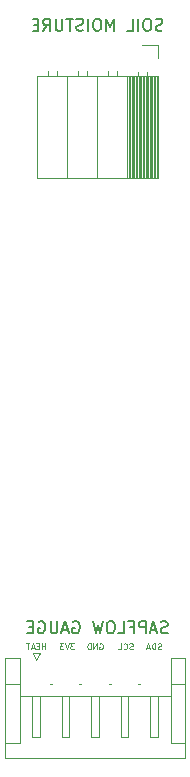
<source format=gbr>
G04 #@! TF.GenerationSoftware,KiCad,Pcbnew,(5.1.0-0)*
G04 #@! TF.CreationDate,2019-06-19T18:31:01-07:00*
G04 #@! TF.ProjectId,d32_sapflow_rtc,6433325f-7361-4706-966c-6f775f727463,rev?*
G04 #@! TF.SameCoordinates,Original*
G04 #@! TF.FileFunction,Legend,Bot*
G04 #@! TF.FilePolarity,Positive*
%FSLAX46Y46*%
G04 Gerber Fmt 4.6, Leading zero omitted, Abs format (unit mm)*
G04 Created by KiCad (PCBNEW (5.1.0-0)) date 2019-06-19 18:31:01*
%MOMM*%
%LPD*%
G04 APERTURE LIST*
%ADD10C,0.125000*%
%ADD11C,0.120000*%
%ADD12C,0.150000*%
G04 APERTURE END LIST*
D10*
X172207142Y-135802380D02*
X172135714Y-135826190D01*
X172016666Y-135826190D01*
X171969047Y-135802380D01*
X171945238Y-135778571D01*
X171921428Y-135730952D01*
X171921428Y-135683333D01*
X171945238Y-135635714D01*
X171969047Y-135611904D01*
X172016666Y-135588095D01*
X172111904Y-135564285D01*
X172159523Y-135540476D01*
X172183333Y-135516666D01*
X172207142Y-135469047D01*
X172207142Y-135421428D01*
X172183333Y-135373809D01*
X172159523Y-135350000D01*
X172111904Y-135326190D01*
X171992857Y-135326190D01*
X171921428Y-135350000D01*
X171707142Y-135826190D02*
X171707142Y-135326190D01*
X171588095Y-135326190D01*
X171516666Y-135350000D01*
X171469047Y-135397619D01*
X171445238Y-135445238D01*
X171421428Y-135540476D01*
X171421428Y-135611904D01*
X171445238Y-135707142D01*
X171469047Y-135754761D01*
X171516666Y-135802380D01*
X171588095Y-135826190D01*
X171707142Y-135826190D01*
X171230952Y-135683333D02*
X170992857Y-135683333D01*
X171278571Y-135826190D02*
X171111904Y-135326190D01*
X170945238Y-135826190D01*
X169795238Y-135802380D02*
X169723809Y-135826190D01*
X169604761Y-135826190D01*
X169557142Y-135802380D01*
X169533333Y-135778571D01*
X169509523Y-135730952D01*
X169509523Y-135683333D01*
X169533333Y-135635714D01*
X169557142Y-135611904D01*
X169604761Y-135588095D01*
X169700000Y-135564285D01*
X169747619Y-135540476D01*
X169771428Y-135516666D01*
X169795238Y-135469047D01*
X169795238Y-135421428D01*
X169771428Y-135373809D01*
X169747619Y-135350000D01*
X169700000Y-135326190D01*
X169580952Y-135326190D01*
X169509523Y-135350000D01*
X169009523Y-135778571D02*
X169033333Y-135802380D01*
X169104761Y-135826190D01*
X169152380Y-135826190D01*
X169223809Y-135802380D01*
X169271428Y-135754761D01*
X169295238Y-135707142D01*
X169319047Y-135611904D01*
X169319047Y-135540476D01*
X169295238Y-135445238D01*
X169271428Y-135397619D01*
X169223809Y-135350000D01*
X169152380Y-135326190D01*
X169104761Y-135326190D01*
X169033333Y-135350000D01*
X169009523Y-135373809D01*
X168557142Y-135826190D02*
X168795238Y-135826190D01*
X168795238Y-135326190D01*
X166980952Y-135350000D02*
X167028571Y-135326190D01*
X167100000Y-135326190D01*
X167171428Y-135350000D01*
X167219047Y-135397619D01*
X167242857Y-135445238D01*
X167266666Y-135540476D01*
X167266666Y-135611904D01*
X167242857Y-135707142D01*
X167219047Y-135754761D01*
X167171428Y-135802380D01*
X167100000Y-135826190D01*
X167052380Y-135826190D01*
X166980952Y-135802380D01*
X166957142Y-135778571D01*
X166957142Y-135611904D01*
X167052380Y-135611904D01*
X166742857Y-135826190D02*
X166742857Y-135326190D01*
X166457142Y-135826190D01*
X166457142Y-135326190D01*
X166219047Y-135826190D02*
X166219047Y-135326190D01*
X166100000Y-135326190D01*
X166028571Y-135350000D01*
X165980952Y-135397619D01*
X165957142Y-135445238D01*
X165933333Y-135540476D01*
X165933333Y-135611904D01*
X165957142Y-135707142D01*
X165980952Y-135754761D01*
X166028571Y-135802380D01*
X166100000Y-135826190D01*
X166219047Y-135826190D01*
X164819047Y-135326190D02*
X164509523Y-135326190D01*
X164676190Y-135516666D01*
X164604761Y-135516666D01*
X164557142Y-135540476D01*
X164533333Y-135564285D01*
X164509523Y-135611904D01*
X164509523Y-135730952D01*
X164533333Y-135778571D01*
X164557142Y-135802380D01*
X164604761Y-135826190D01*
X164747619Y-135826190D01*
X164795238Y-135802380D01*
X164819047Y-135778571D01*
X164366666Y-135326190D02*
X164200000Y-135826190D01*
X164033333Y-135326190D01*
X163914285Y-135326190D02*
X163604761Y-135326190D01*
X163771428Y-135516666D01*
X163700000Y-135516666D01*
X163652380Y-135540476D01*
X163628571Y-135564285D01*
X163604761Y-135611904D01*
X163604761Y-135730952D01*
X163628571Y-135778571D01*
X163652380Y-135802380D01*
X163700000Y-135826190D01*
X163842857Y-135826190D01*
X163890476Y-135802380D01*
X163914285Y-135778571D01*
X162373809Y-135826190D02*
X162373809Y-135326190D01*
X162373809Y-135564285D02*
X162088095Y-135564285D01*
X162088095Y-135826190D02*
X162088095Y-135326190D01*
X161850000Y-135564285D02*
X161683333Y-135564285D01*
X161611904Y-135826190D02*
X161850000Y-135826190D01*
X161850000Y-135326190D01*
X161611904Y-135326190D01*
X161421428Y-135683333D02*
X161183333Y-135683333D01*
X161469047Y-135826190D02*
X161302380Y-135326190D01*
X161135714Y-135826190D01*
X161040476Y-135326190D02*
X160754761Y-135326190D01*
X160897619Y-135826190D02*
X160897619Y-135326190D01*
D11*
X171810000Y-95890000D02*
X171810000Y-87260000D01*
X171691905Y-95890000D02*
X171691905Y-87260000D01*
X171573810Y-95890000D02*
X171573810Y-87260000D01*
X171455715Y-95890000D02*
X171455715Y-87260000D01*
X171337620Y-95890000D02*
X171337620Y-87260000D01*
X171219525Y-95890000D02*
X171219525Y-87260000D01*
X171101430Y-95890000D02*
X171101430Y-87260000D01*
X170983335Y-95890000D02*
X170983335Y-87260000D01*
X170865240Y-95890000D02*
X170865240Y-87260000D01*
X170747145Y-95890000D02*
X170747145Y-87260000D01*
X170629050Y-95890000D02*
X170629050Y-87260000D01*
X170510955Y-95890000D02*
X170510955Y-87260000D01*
X170392860Y-95890000D02*
X170392860Y-87260000D01*
X170274765Y-95890000D02*
X170274765Y-87260000D01*
X170156670Y-95890000D02*
X170156670Y-87260000D01*
X170038575Y-95890000D02*
X170038575Y-87260000D01*
X169920480Y-95890000D02*
X169920480Y-87260000D01*
X169802385Y-95890000D02*
X169802385Y-87260000D01*
X169684290Y-95890000D02*
X169684290Y-87260000D01*
X169566195Y-95890000D02*
X169566195Y-87260000D01*
X169448100Y-95890000D02*
X169448100Y-87260000D01*
X170960000Y-87260000D02*
X170960000Y-86910000D01*
X170240000Y-87260000D02*
X170240000Y-86910000D01*
X168420000Y-87260000D02*
X168420000Y-86850000D01*
X167700000Y-87260000D02*
X167700000Y-86850000D01*
X165880000Y-87260000D02*
X165880000Y-86850000D01*
X165160000Y-87260000D02*
X165160000Y-86850000D01*
X163340000Y-87260000D02*
X163340000Y-86850000D01*
X162620000Y-87260000D02*
X162620000Y-86850000D01*
X169330000Y-95890000D02*
X169330000Y-87260000D01*
X166790000Y-95890000D02*
X166790000Y-87260000D01*
X164250000Y-95890000D02*
X164250000Y-87260000D01*
X171930000Y-95890000D02*
X171930000Y-87260000D01*
X171930000Y-87260000D02*
X161650000Y-87260000D01*
X161650000Y-95890000D02*
X161650000Y-87260000D01*
X171930000Y-95890000D02*
X161650000Y-95890000D01*
X171930000Y-84690000D02*
X170600000Y-84690000D01*
X171930000Y-85800000D02*
X171930000Y-84690000D01*
X160210000Y-138790000D02*
X160210000Y-136590000D01*
X160210000Y-136590000D02*
X158990000Y-136590000D01*
X158990000Y-136590000D02*
X158990000Y-145010000D01*
X158990000Y-145010000D02*
X174210000Y-145010000D01*
X174210000Y-145010000D02*
X174210000Y-136590000D01*
X174210000Y-136590000D02*
X172990000Y-136590000D01*
X172990000Y-136590000D02*
X172990000Y-138790000D01*
X158990000Y-143790000D02*
X160210000Y-143790000D01*
X160210000Y-143790000D02*
X160210000Y-138790000D01*
X160210000Y-138790000D02*
X158990000Y-138790000D01*
X174210000Y-143790000D02*
X172990000Y-143790000D01*
X172990000Y-143790000D02*
X172990000Y-138790000D01*
X172990000Y-138790000D02*
X174210000Y-138790000D01*
X160210000Y-139790000D02*
X172990000Y-139790000D01*
X161600000Y-139790000D02*
X161280000Y-139790000D01*
X161280000Y-139790000D02*
X161280000Y-143210000D01*
X161280000Y-143210000D02*
X161600000Y-143290000D01*
X161600000Y-143290000D02*
X161920000Y-143210000D01*
X161920000Y-143210000D02*
X161920000Y-139790000D01*
X161920000Y-139790000D02*
X161600000Y-139790000D01*
X162770000Y-138790000D02*
X162930000Y-138790000D01*
X164100000Y-139790000D02*
X163780000Y-139790000D01*
X163780000Y-139790000D02*
X163780000Y-143210000D01*
X163780000Y-143210000D02*
X164100000Y-143290000D01*
X164100000Y-143290000D02*
X164420000Y-143210000D01*
X164420000Y-143210000D02*
X164420000Y-139790000D01*
X164420000Y-139790000D02*
X164100000Y-139790000D01*
X165270000Y-138790000D02*
X165430000Y-138790000D01*
X166600000Y-139790000D02*
X166280000Y-139790000D01*
X166280000Y-139790000D02*
X166280000Y-143210000D01*
X166280000Y-143210000D02*
X166600000Y-143290000D01*
X166600000Y-143290000D02*
X166920000Y-143210000D01*
X166920000Y-143210000D02*
X166920000Y-139790000D01*
X166920000Y-139790000D02*
X166600000Y-139790000D01*
X167770000Y-138790000D02*
X167930000Y-138790000D01*
X169100000Y-139790000D02*
X168780000Y-139790000D01*
X168780000Y-139790000D02*
X168780000Y-143210000D01*
X168780000Y-143210000D02*
X169100000Y-143290000D01*
X169100000Y-143290000D02*
X169420000Y-143210000D01*
X169420000Y-143210000D02*
X169420000Y-139790000D01*
X169420000Y-139790000D02*
X169100000Y-139790000D01*
X170270000Y-138790000D02*
X170430000Y-138790000D01*
X171600000Y-139790000D02*
X171280000Y-139790000D01*
X171280000Y-139790000D02*
X171280000Y-143210000D01*
X171280000Y-143210000D02*
X171600000Y-143290000D01*
X171600000Y-143290000D02*
X171920000Y-143210000D01*
X171920000Y-143210000D02*
X171920000Y-139790000D01*
X171920000Y-139790000D02*
X171600000Y-139790000D01*
X161600000Y-136700000D02*
X161300000Y-136100000D01*
X161300000Y-136100000D02*
X161900000Y-136100000D01*
X161900000Y-136100000D02*
X161600000Y-136700000D01*
D12*
X172300000Y-83404761D02*
X172157142Y-83452380D01*
X171919047Y-83452380D01*
X171823809Y-83404761D01*
X171776190Y-83357142D01*
X171728571Y-83261904D01*
X171728571Y-83166666D01*
X171776190Y-83071428D01*
X171823809Y-83023809D01*
X171919047Y-82976190D01*
X172109523Y-82928571D01*
X172204761Y-82880952D01*
X172252380Y-82833333D01*
X172300000Y-82738095D01*
X172300000Y-82642857D01*
X172252380Y-82547619D01*
X172204761Y-82500000D01*
X172109523Y-82452380D01*
X171871428Y-82452380D01*
X171728571Y-82500000D01*
X171109523Y-82452380D02*
X170919047Y-82452380D01*
X170823809Y-82500000D01*
X170728571Y-82595238D01*
X170680952Y-82785714D01*
X170680952Y-83119047D01*
X170728571Y-83309523D01*
X170823809Y-83404761D01*
X170919047Y-83452380D01*
X171109523Y-83452380D01*
X171204761Y-83404761D01*
X171300000Y-83309523D01*
X171347619Y-83119047D01*
X171347619Y-82785714D01*
X171300000Y-82595238D01*
X171204761Y-82500000D01*
X171109523Y-82452380D01*
X170252380Y-83452380D02*
X170252380Y-82452380D01*
X169300000Y-83452380D02*
X169776190Y-83452380D01*
X169776190Y-82452380D01*
X168204761Y-83452380D02*
X168204761Y-82452380D01*
X167871428Y-83166666D01*
X167538095Y-82452380D01*
X167538095Y-83452380D01*
X166871428Y-82452380D02*
X166680952Y-82452380D01*
X166585714Y-82500000D01*
X166490476Y-82595238D01*
X166442857Y-82785714D01*
X166442857Y-83119047D01*
X166490476Y-83309523D01*
X166585714Y-83404761D01*
X166680952Y-83452380D01*
X166871428Y-83452380D01*
X166966666Y-83404761D01*
X167061904Y-83309523D01*
X167109523Y-83119047D01*
X167109523Y-82785714D01*
X167061904Y-82595238D01*
X166966666Y-82500000D01*
X166871428Y-82452380D01*
X166014285Y-83452380D02*
X166014285Y-82452380D01*
X165585714Y-83404761D02*
X165442857Y-83452380D01*
X165204761Y-83452380D01*
X165109523Y-83404761D01*
X165061904Y-83357142D01*
X165014285Y-83261904D01*
X165014285Y-83166666D01*
X165061904Y-83071428D01*
X165109523Y-83023809D01*
X165204761Y-82976190D01*
X165395238Y-82928571D01*
X165490476Y-82880952D01*
X165538095Y-82833333D01*
X165585714Y-82738095D01*
X165585714Y-82642857D01*
X165538095Y-82547619D01*
X165490476Y-82500000D01*
X165395238Y-82452380D01*
X165157142Y-82452380D01*
X165014285Y-82500000D01*
X164728571Y-82452380D02*
X164157142Y-82452380D01*
X164442857Y-83452380D02*
X164442857Y-82452380D01*
X163823809Y-82452380D02*
X163823809Y-83261904D01*
X163776190Y-83357142D01*
X163728571Y-83404761D01*
X163633333Y-83452380D01*
X163442857Y-83452380D01*
X163347619Y-83404761D01*
X163300000Y-83357142D01*
X163252380Y-83261904D01*
X163252380Y-82452380D01*
X162204761Y-83452380D02*
X162538095Y-82976190D01*
X162776190Y-83452380D02*
X162776190Y-82452380D01*
X162395238Y-82452380D01*
X162300000Y-82500000D01*
X162252380Y-82547619D01*
X162204761Y-82642857D01*
X162204761Y-82785714D01*
X162252380Y-82880952D01*
X162300000Y-82928571D01*
X162395238Y-82976190D01*
X162776190Y-82976190D01*
X161776190Y-82928571D02*
X161442857Y-82928571D01*
X161300000Y-83452380D02*
X161776190Y-83452380D01*
X161776190Y-82452380D01*
X161300000Y-82452380D01*
X172728571Y-134404761D02*
X172585714Y-134452380D01*
X172347619Y-134452380D01*
X172252380Y-134404761D01*
X172204761Y-134357142D01*
X172157142Y-134261904D01*
X172157142Y-134166666D01*
X172204761Y-134071428D01*
X172252380Y-134023809D01*
X172347619Y-133976190D01*
X172538095Y-133928571D01*
X172633333Y-133880952D01*
X172680952Y-133833333D01*
X172728571Y-133738095D01*
X172728571Y-133642857D01*
X172680952Y-133547619D01*
X172633333Y-133500000D01*
X172538095Y-133452380D01*
X172300000Y-133452380D01*
X172157142Y-133500000D01*
X171776190Y-134166666D02*
X171300000Y-134166666D01*
X171871428Y-134452380D02*
X171538095Y-133452380D01*
X171204761Y-134452380D01*
X170871428Y-134452380D02*
X170871428Y-133452380D01*
X170490476Y-133452380D01*
X170395238Y-133500000D01*
X170347619Y-133547619D01*
X170300000Y-133642857D01*
X170300000Y-133785714D01*
X170347619Y-133880952D01*
X170395238Y-133928571D01*
X170490476Y-133976190D01*
X170871428Y-133976190D01*
X169538095Y-133928571D02*
X169871428Y-133928571D01*
X169871428Y-134452380D02*
X169871428Y-133452380D01*
X169395238Y-133452380D01*
X168538095Y-134452380D02*
X169014285Y-134452380D01*
X169014285Y-133452380D01*
X168014285Y-133452380D02*
X167823809Y-133452380D01*
X167728571Y-133500000D01*
X167633333Y-133595238D01*
X167585714Y-133785714D01*
X167585714Y-134119047D01*
X167633333Y-134309523D01*
X167728571Y-134404761D01*
X167823809Y-134452380D01*
X168014285Y-134452380D01*
X168109523Y-134404761D01*
X168204761Y-134309523D01*
X168252380Y-134119047D01*
X168252380Y-133785714D01*
X168204761Y-133595238D01*
X168109523Y-133500000D01*
X168014285Y-133452380D01*
X167252380Y-133452380D02*
X167014285Y-134452380D01*
X166823809Y-133738095D01*
X166633333Y-134452380D01*
X166395238Y-133452380D01*
X164728571Y-133500000D02*
X164823809Y-133452380D01*
X164966666Y-133452380D01*
X165109523Y-133500000D01*
X165204761Y-133595238D01*
X165252380Y-133690476D01*
X165300000Y-133880952D01*
X165300000Y-134023809D01*
X165252380Y-134214285D01*
X165204761Y-134309523D01*
X165109523Y-134404761D01*
X164966666Y-134452380D01*
X164871428Y-134452380D01*
X164728571Y-134404761D01*
X164680952Y-134357142D01*
X164680952Y-134023809D01*
X164871428Y-134023809D01*
X164300000Y-134166666D02*
X163823809Y-134166666D01*
X164395238Y-134452380D02*
X164061904Y-133452380D01*
X163728571Y-134452380D01*
X163395238Y-133452380D02*
X163395238Y-134261904D01*
X163347619Y-134357142D01*
X163300000Y-134404761D01*
X163204761Y-134452380D01*
X163014285Y-134452380D01*
X162919047Y-134404761D01*
X162871428Y-134357142D01*
X162823809Y-134261904D01*
X162823809Y-133452380D01*
X161823809Y-133500000D02*
X161919047Y-133452380D01*
X162061904Y-133452380D01*
X162204761Y-133500000D01*
X162300000Y-133595238D01*
X162347619Y-133690476D01*
X162395238Y-133880952D01*
X162395238Y-134023809D01*
X162347619Y-134214285D01*
X162300000Y-134309523D01*
X162204761Y-134404761D01*
X162061904Y-134452380D01*
X161966666Y-134452380D01*
X161823809Y-134404761D01*
X161776190Y-134357142D01*
X161776190Y-134023809D01*
X161966666Y-134023809D01*
X161347619Y-133928571D02*
X161014285Y-133928571D01*
X160871428Y-134452380D02*
X161347619Y-134452380D01*
X161347619Y-133452380D01*
X160871428Y-133452380D01*
M02*

</source>
